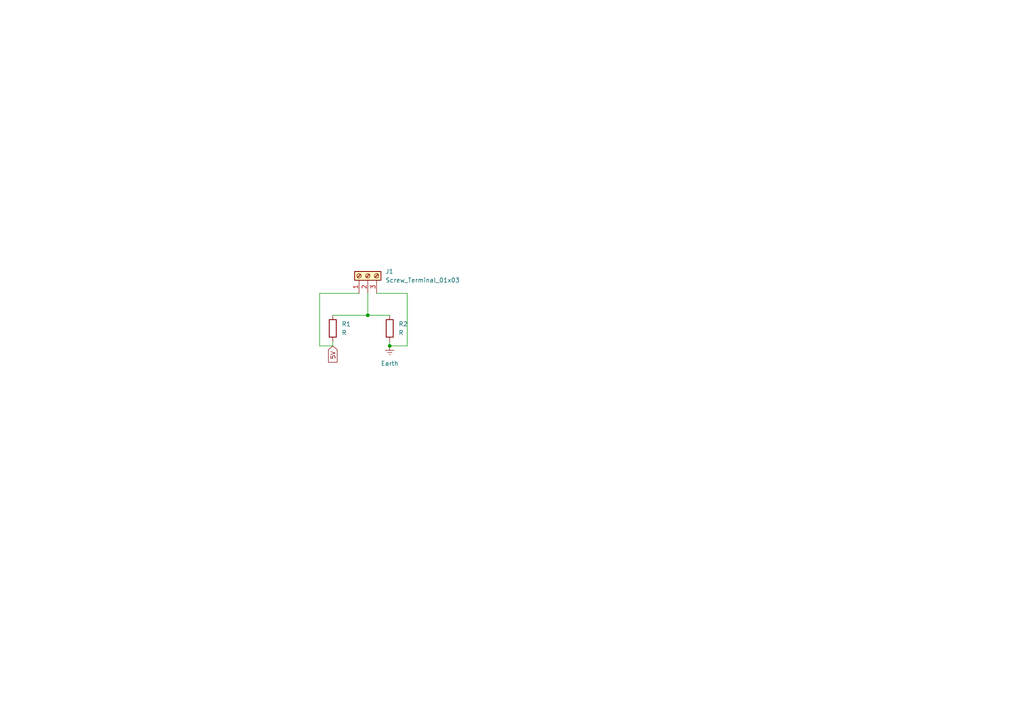
<source format=kicad_sch>
(kicad_sch
	(version 20250114)
	(generator "eeschema")
	(generator_version "9.0")
	(uuid "7e555219-b97d-47d1-9a4a-f11217f22967")
	(paper "A4")
	(lib_symbols
		(symbol "Connector:Screw_Terminal_01x03"
			(pin_names
				(offset 1.016)
				(hide yes)
			)
			(exclude_from_sim no)
			(in_bom yes)
			(on_board yes)
			(property "Reference" "J"
				(at 0 5.08 0)
				(effects
					(font
						(size 1.27 1.27)
					)
				)
			)
			(property "Value" "Screw_Terminal_01x03"
				(at 0 -5.08 0)
				(effects
					(font
						(size 1.27 1.27)
					)
				)
			)
			(property "Footprint" ""
				(at 0 0 0)
				(effects
					(font
						(size 1.27 1.27)
					)
					(hide yes)
				)
			)
			(property "Datasheet" "~"
				(at 0 0 0)
				(effects
					(font
						(size 1.27 1.27)
					)
					(hide yes)
				)
			)
			(property "Description" "Generic screw terminal, single row, 01x03, script generated (kicad-library-utils/schlib/autogen/connector/)"
				(at 0 0 0)
				(effects
					(font
						(size 1.27 1.27)
					)
					(hide yes)
				)
			)
			(property "ki_keywords" "screw terminal"
				(at 0 0 0)
				(effects
					(font
						(size 1.27 1.27)
					)
					(hide yes)
				)
			)
			(property "ki_fp_filters" "TerminalBlock*:*"
				(at 0 0 0)
				(effects
					(font
						(size 1.27 1.27)
					)
					(hide yes)
				)
			)
			(symbol "Screw_Terminal_01x03_1_1"
				(rectangle
					(start -1.27 3.81)
					(end 1.27 -3.81)
					(stroke
						(width 0.254)
						(type default)
					)
					(fill
						(type background)
					)
				)
				(polyline
					(pts
						(xy -0.5334 2.8702) (xy 0.3302 2.032)
					)
					(stroke
						(width 0.1524)
						(type default)
					)
					(fill
						(type none)
					)
				)
				(polyline
					(pts
						(xy -0.5334 0.3302) (xy 0.3302 -0.508)
					)
					(stroke
						(width 0.1524)
						(type default)
					)
					(fill
						(type none)
					)
				)
				(polyline
					(pts
						(xy -0.5334 -2.2098) (xy 0.3302 -3.048)
					)
					(stroke
						(width 0.1524)
						(type default)
					)
					(fill
						(type none)
					)
				)
				(polyline
					(pts
						(xy -0.3556 3.048) (xy 0.508 2.2098)
					)
					(stroke
						(width 0.1524)
						(type default)
					)
					(fill
						(type none)
					)
				)
				(polyline
					(pts
						(xy -0.3556 0.508) (xy 0.508 -0.3302)
					)
					(stroke
						(width 0.1524)
						(type default)
					)
					(fill
						(type none)
					)
				)
				(polyline
					(pts
						(xy -0.3556 -2.032) (xy 0.508 -2.8702)
					)
					(stroke
						(width 0.1524)
						(type default)
					)
					(fill
						(type none)
					)
				)
				(circle
					(center 0 2.54)
					(radius 0.635)
					(stroke
						(width 0.1524)
						(type default)
					)
					(fill
						(type none)
					)
				)
				(circle
					(center 0 0)
					(radius 0.635)
					(stroke
						(width 0.1524)
						(type default)
					)
					(fill
						(type none)
					)
				)
				(circle
					(center 0 -2.54)
					(radius 0.635)
					(stroke
						(width 0.1524)
						(type default)
					)
					(fill
						(type none)
					)
				)
				(pin passive line
					(at -5.08 2.54 0)
					(length 3.81)
					(name "Pin_1"
						(effects
							(font
								(size 1.27 1.27)
							)
						)
					)
					(number "1"
						(effects
							(font
								(size 1.27 1.27)
							)
						)
					)
				)
				(pin passive line
					(at -5.08 0 0)
					(length 3.81)
					(name "Pin_2"
						(effects
							(font
								(size 1.27 1.27)
							)
						)
					)
					(number "2"
						(effects
							(font
								(size 1.27 1.27)
							)
						)
					)
				)
				(pin passive line
					(at -5.08 -2.54 0)
					(length 3.81)
					(name "Pin_3"
						(effects
							(font
								(size 1.27 1.27)
							)
						)
					)
					(number "3"
						(effects
							(font
								(size 1.27 1.27)
							)
						)
					)
				)
			)
			(embedded_fonts no)
		)
		(symbol "Device:R"
			(pin_numbers
				(hide yes)
			)
			(pin_names
				(offset 0)
			)
			(exclude_from_sim no)
			(in_bom yes)
			(on_board yes)
			(property "Reference" "R"
				(at 2.032 0 90)
				(effects
					(font
						(size 1.27 1.27)
					)
				)
			)
			(property "Value" "R"
				(at 0 0 90)
				(effects
					(font
						(size 1.27 1.27)
					)
				)
			)
			(property "Footprint" ""
				(at -1.778 0 90)
				(effects
					(font
						(size 1.27 1.27)
					)
					(hide yes)
				)
			)
			(property "Datasheet" "~"
				(at 0 0 0)
				(effects
					(font
						(size 1.27 1.27)
					)
					(hide yes)
				)
			)
			(property "Description" "Resistor"
				(at 0 0 0)
				(effects
					(font
						(size 1.27 1.27)
					)
					(hide yes)
				)
			)
			(property "ki_keywords" "R res resistor"
				(at 0 0 0)
				(effects
					(font
						(size 1.27 1.27)
					)
					(hide yes)
				)
			)
			(property "ki_fp_filters" "R_*"
				(at 0 0 0)
				(effects
					(font
						(size 1.27 1.27)
					)
					(hide yes)
				)
			)
			(symbol "R_0_1"
				(rectangle
					(start -1.016 -2.54)
					(end 1.016 2.54)
					(stroke
						(width 0.254)
						(type default)
					)
					(fill
						(type none)
					)
				)
			)
			(symbol "R_1_1"
				(pin passive line
					(at 0 3.81 270)
					(length 1.27)
					(name "~"
						(effects
							(font
								(size 1.27 1.27)
							)
						)
					)
					(number "1"
						(effects
							(font
								(size 1.27 1.27)
							)
						)
					)
				)
				(pin passive line
					(at 0 -3.81 90)
					(length 1.27)
					(name "~"
						(effects
							(font
								(size 1.27 1.27)
							)
						)
					)
					(number "2"
						(effects
							(font
								(size 1.27 1.27)
							)
						)
					)
				)
			)
			(embedded_fonts no)
		)
		(symbol "power:Earth"
			(power)
			(pin_numbers
				(hide yes)
			)
			(pin_names
				(offset 0)
				(hide yes)
			)
			(exclude_from_sim no)
			(in_bom yes)
			(on_board yes)
			(property "Reference" "#PWR"
				(at 0 -6.35 0)
				(effects
					(font
						(size 1.27 1.27)
					)
					(hide yes)
				)
			)
			(property "Value" "Earth"
				(at 0 -3.81 0)
				(effects
					(font
						(size 1.27 1.27)
					)
				)
			)
			(property "Footprint" ""
				(at 0 0 0)
				(effects
					(font
						(size 1.27 1.27)
					)
					(hide yes)
				)
			)
			(property "Datasheet" "~"
				(at 0 0 0)
				(effects
					(font
						(size 1.27 1.27)
					)
					(hide yes)
				)
			)
			(property "Description" "Power symbol creates a global label with name \"Earth\""
				(at 0 0 0)
				(effects
					(font
						(size 1.27 1.27)
					)
					(hide yes)
				)
			)
			(property "ki_keywords" "global ground gnd"
				(at 0 0 0)
				(effects
					(font
						(size 1.27 1.27)
					)
					(hide yes)
				)
			)
			(symbol "Earth_0_1"
				(polyline
					(pts
						(xy -0.635 -1.905) (xy 0.635 -1.905)
					)
					(stroke
						(width 0)
						(type default)
					)
					(fill
						(type none)
					)
				)
				(polyline
					(pts
						(xy -0.127 -2.54) (xy 0.127 -2.54)
					)
					(stroke
						(width 0)
						(type default)
					)
					(fill
						(type none)
					)
				)
				(polyline
					(pts
						(xy 0 -1.27) (xy 0 0)
					)
					(stroke
						(width 0)
						(type default)
					)
					(fill
						(type none)
					)
				)
				(polyline
					(pts
						(xy 1.27 -1.27) (xy -1.27 -1.27)
					)
					(stroke
						(width 0)
						(type default)
					)
					(fill
						(type none)
					)
				)
			)
			(symbol "Earth_1_1"
				(pin power_in line
					(at 0 0 270)
					(length 0)
					(name "~"
						(effects
							(font
								(size 1.27 1.27)
							)
						)
					)
					(number "1"
						(effects
							(font
								(size 1.27 1.27)
							)
						)
					)
				)
			)
			(embedded_fonts no)
		)
	)
	(junction
		(at 106.68 91.44)
		(diameter 0)
		(color 0 0 0 0)
		(uuid "1bc2c645-6071-4cca-accd-278378ad76e2")
	)
	(junction
		(at 113.03 100.33)
		(diameter 0)
		(color 0 0 0 0)
		(uuid "c91cee03-8af1-4e6c-a0db-7bdd85ae4a48")
	)
	(wire
		(pts
			(xy 118.11 85.09) (xy 118.11 100.33)
		)
		(stroke
			(width 0)
			(type default)
		)
		(uuid "008a886d-19c1-4a23-99c3-bc02ba1c04a0")
	)
	(wire
		(pts
			(xy 96.52 91.44) (xy 106.68 91.44)
		)
		(stroke
			(width 0)
			(type default)
		)
		(uuid "10e87aa2-2f34-46ec-95c3-f980b16d5e19")
	)
	(wire
		(pts
			(xy 113.03 99.06) (xy 113.03 100.33)
		)
		(stroke
			(width 0)
			(type default)
		)
		(uuid "24a184b1-6948-40d0-aa9c-e0a33251bf30")
	)
	(wire
		(pts
			(xy 104.14 85.09) (xy 92.71 85.09)
		)
		(stroke
			(width 0)
			(type default)
		)
		(uuid "6a74f62e-1790-4ff7-8e64-5aed0f64ea7f")
	)
	(wire
		(pts
			(xy 106.68 91.44) (xy 113.03 91.44)
		)
		(stroke
			(width 0)
			(type default)
		)
		(uuid "70820b30-ade7-445c-a001-4e420a9fba49")
	)
	(wire
		(pts
			(xy 92.71 85.09) (xy 92.71 100.33)
		)
		(stroke
			(width 0)
			(type default)
		)
		(uuid "70c4ac56-a809-4fa0-9f5e-7cf306bca626")
	)
	(wire
		(pts
			(xy 106.68 85.09) (xy 106.68 91.44)
		)
		(stroke
			(width 0)
			(type default)
		)
		(uuid "99b0a2f6-6c91-4d6a-b01b-387f70197c43")
	)
	(wire
		(pts
			(xy 118.11 100.33) (xy 113.03 100.33)
		)
		(stroke
			(width 0)
			(type default)
		)
		(uuid "b6a57d98-73c8-4b86-98e6-ac7274a10254")
	)
	(wire
		(pts
			(xy 109.22 85.09) (xy 118.11 85.09)
		)
		(stroke
			(width 0)
			(type default)
		)
		(uuid "be7eb52a-ae74-4052-a203-cf254af22b6f")
	)
	(wire
		(pts
			(xy 92.71 100.33) (xy 96.52 100.33)
		)
		(stroke
			(width 0)
			(type default)
		)
		(uuid "e10b86f5-3b6c-45dd-821c-2b4ab2ca51f5")
	)
	(wire
		(pts
			(xy 96.52 100.33) (xy 96.52 99.06)
		)
		(stroke
			(width 0)
			(type default)
		)
		(uuid "f1e66339-b2eb-4803-b582-f9d4f2eb1cd7")
	)
	(global_label "5V"
		(shape input)
		(at 96.52 100.33 270)
		(fields_autoplaced yes)
		(effects
			(font
				(size 1.27 1.27)
			)
			(justify right)
		)
		(uuid "822415f4-01a6-408e-b087-83758d8473fe")
		(property "Intersheetrefs" "${INTERSHEET_REFS}"
			(at 96.52 105.6133 90)
			(effects
				(font
					(size 1.27 1.27)
				)
				(justify right)
				(hide yes)
			)
		)
	)
	(symbol
		(lib_id "power:Earth")
		(at 113.03 100.33 0)
		(unit 1)
		(exclude_from_sim no)
		(in_bom yes)
		(on_board yes)
		(dnp no)
		(fields_autoplaced yes)
		(uuid "24173d65-7807-4d1b-8d56-0fecdd8501fb")
		(property "Reference" "#PWR01"
			(at 113.03 106.68 0)
			(effects
				(font
					(size 1.27 1.27)
				)
				(hide yes)
			)
		)
		(property "Value" "Earth"
			(at 113.03 105.41 0)
			(effects
				(font
					(size 1.27 1.27)
				)
			)
		)
		(property "Footprint" ""
			(at 113.03 100.33 0)
			(effects
				(font
					(size 1.27 1.27)
				)
				(hide yes)
			)
		)
		(property "Datasheet" "~"
			(at 113.03 100.33 0)
			(effects
				(font
					(size 1.27 1.27)
				)
				(hide yes)
			)
		)
		(property "Description" "Power symbol creates a global label with name \"Earth\""
			(at 113.03 100.33 0)
			(effects
				(font
					(size 1.27 1.27)
				)
				(hide yes)
			)
		)
		(pin "1"
			(uuid "025e5df7-2970-4dd8-84d0-c6c572c0cc60")
		)
		(instances
			(project ""
				(path "/7e555219-b97d-47d1-9a4a-f11217f22967"
					(reference "#PWR01")
					(unit 1)
				)
			)
		)
	)
	(symbol
		(lib_id "Device:R")
		(at 113.03 95.25 0)
		(unit 1)
		(exclude_from_sim no)
		(in_bom yes)
		(on_board yes)
		(dnp no)
		(fields_autoplaced yes)
		(uuid "2f6c0ca5-6771-4227-8dc9-1184e4777898")
		(property "Reference" "R2"
			(at 115.57 93.9799 0)
			(effects
				(font
					(size 1.27 1.27)
				)
				(justify left)
			)
		)
		(property "Value" "R"
			(at 115.57 96.5199 0)
			(effects
				(font
					(size 1.27 1.27)
				)
				(justify left)
			)
		)
		(property "Footprint" "Resistor_THT:R_Axial_DIN0309_L9.0mm_D3.2mm_P12.70mm_Horizontal"
			(at 111.252 95.25 90)
			(effects
				(font
					(size 1.27 1.27)
				)
				(hide yes)
			)
		)
		(property "Datasheet" "~"
			(at 113.03 95.25 0)
			(effects
				(font
					(size 1.27 1.27)
				)
				(hide yes)
			)
		)
		(property "Description" "Resistor"
			(at 113.03 95.25 0)
			(effects
				(font
					(size 1.27 1.27)
				)
				(hide yes)
			)
		)
		(pin "2"
			(uuid "ef8132d7-81cf-4751-9728-30d265eebf51")
		)
		(pin "1"
			(uuid "76905897-ca64-4b4e-ac54-5b67f97b22be")
		)
		(instances
			(project ""
				(path "/7e555219-b97d-47d1-9a4a-f11217f22967"
					(reference "R2")
					(unit 1)
				)
			)
		)
	)
	(symbol
		(lib_id "Device:R")
		(at 96.52 95.25 0)
		(unit 1)
		(exclude_from_sim no)
		(in_bom yes)
		(on_board yes)
		(dnp no)
		(fields_autoplaced yes)
		(uuid "59a6692e-ce06-476f-ab7a-161309bf756b")
		(property "Reference" "R1"
			(at 99.06 93.9799 0)
			(effects
				(font
					(size 1.27 1.27)
				)
				(justify left)
			)
		)
		(property "Value" "R"
			(at 99.06 96.5199 0)
			(effects
				(font
					(size 1.27 1.27)
				)
				(justify left)
			)
		)
		(property "Footprint" "Resistor_THT:R_Axial_DIN0309_L9.0mm_D3.2mm_P12.70mm_Horizontal"
			(at 94.742 95.25 90)
			(effects
				(font
					(size 1.27 1.27)
				)
				(hide yes)
			)
		)
		(property "Datasheet" "~"
			(at 96.52 95.25 0)
			(effects
				(font
					(size 1.27 1.27)
				)
				(hide yes)
			)
		)
		(property "Description" "Resistor"
			(at 96.52 95.25 0)
			(effects
				(font
					(size 1.27 1.27)
				)
				(hide yes)
			)
		)
		(pin "1"
			(uuid "84101672-fd7a-4765-b68c-b86bd7c72bc7")
		)
		(pin "2"
			(uuid "383a11f3-d87c-4c79-8153-f47125ddbd44")
		)
		(instances
			(project ""
				(path "/7e555219-b97d-47d1-9a4a-f11217f22967"
					(reference "R1")
					(unit 1)
				)
			)
		)
	)
	(symbol
		(lib_id "Connector:Screw_Terminal_01x03")
		(at 106.68 80.01 90)
		(unit 1)
		(exclude_from_sim no)
		(in_bom yes)
		(on_board yes)
		(dnp no)
		(fields_autoplaced yes)
		(uuid "fac5165a-c506-4dd9-9705-c6c361bd7e84")
		(property "Reference" "J1"
			(at 111.76 78.7399 90)
			(effects
				(font
					(size 1.27 1.27)
				)
				(justify right)
			)
		)
		(property "Value" "Screw_Terminal_01x03"
			(at 111.76 81.2799 90)
			(effects
				(font
					(size 1.27 1.27)
				)
				(justify right)
			)
		)
		(property "Footprint" "TerminalBlock:TerminalBlock_bornier-3_P5.08mm"
			(at 106.68 80.01 0)
			(effects
				(font
					(size 1.27 1.27)
				)
				(hide yes)
			)
		)
		(property "Datasheet" "~"
			(at 106.68 80.01 0)
			(effects
				(font
					(size 1.27 1.27)
				)
				(hide yes)
			)
		)
		(property "Description" "Generic screw terminal, single row, 01x03, script generated (kicad-library-utils/schlib/autogen/connector/)"
			(at 106.68 80.01 0)
			(effects
				(font
					(size 1.27 1.27)
				)
				(hide yes)
			)
		)
		(pin "3"
			(uuid "21d42b62-4f08-438a-a1f6-5835964a79e4")
		)
		(pin "1"
			(uuid "b6733183-e73b-485f-bfb0-0315eb2970d7")
		)
		(pin "2"
			(uuid "12512a01-10fe-4542-b60e-10ed889633a7")
		)
		(instances
			(project ""
				(path "/7e555219-b97d-47d1-9a4a-f11217f22967"
					(reference "J1")
					(unit 1)
				)
			)
		)
	)
	(sheet_instances
		(path "/"
			(page "1")
		)
	)
	(embedded_fonts no)
)

</source>
